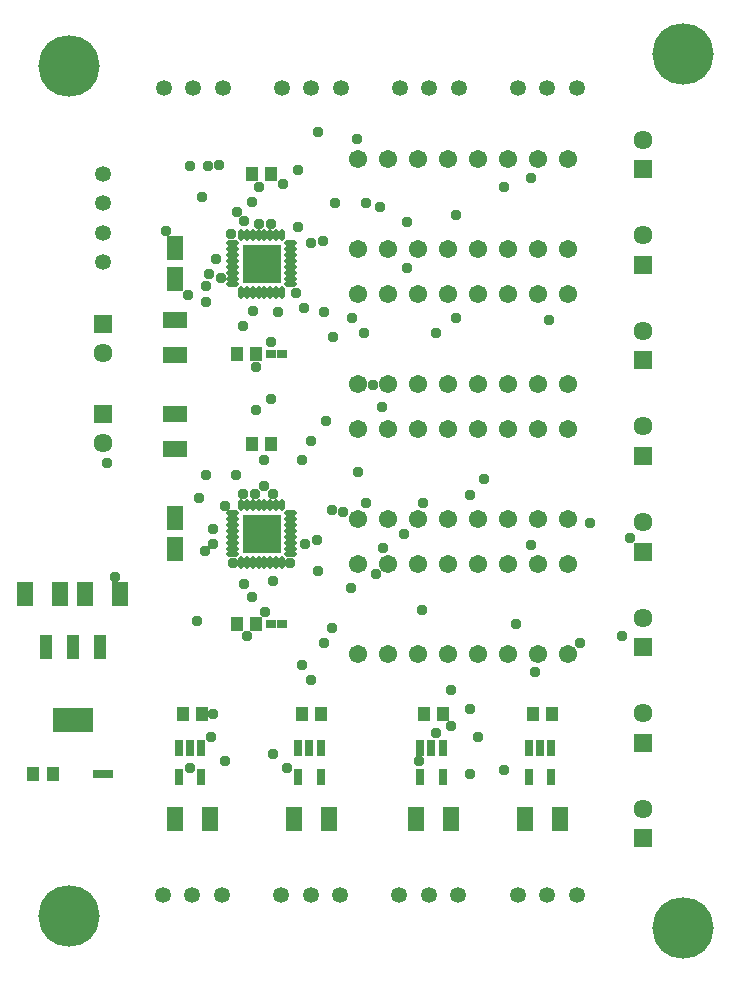
<source format=gbr>
G04 EAGLE Gerber RS-274X export*
G75*
%MOMM*%
%FSLAX34Y34*%
%LPD*%
%INSoldermask Top*%
%IPPOS*%
%AMOC8*
5,1,8,0,0,1.08239X$1,22.5*%
G01*
G04 Define Apertures*
%ADD10C,5.203200*%
%ADD11R,1.367800X2.018500*%
%ADD12R,1.391900X1.998700*%
%ADD13R,0.903200X0.703200*%
%ADD14C,1.546600*%
%ADD15R,1.101100X2.063500*%
%ADD16R,3.392300X2.063500*%
%ADD17C,0.467200*%
%ADD18R,3.303200X3.303200*%
%ADD19R,1.611200X1.611200*%
%ADD20C,1.611200*%
%ADD21C,1.351200*%
%ADD22R,1.001900X1.177100*%
%ADD23R,0.800300X1.389600*%
%ADD24R,2.018500X1.367800*%
%ADD25C,0.959600*%
D10*
X60000Y790000D03*
X580000Y800000D03*
X60000Y70000D03*
X580000Y60000D03*
D11*
X103654Y342900D03*
X74146Y342900D03*
X23346Y342900D03*
X52854Y342900D03*
X149785Y152400D03*
X179293Y152400D03*
D12*
X149700Y635399D03*
X149700Y609201D03*
D11*
X250772Y152400D03*
X280280Y152400D03*
X354120Y152400D03*
X383628Y152400D03*
D12*
X149700Y406799D03*
X149700Y380601D03*
D11*
X446333Y152400D03*
X475841Y152400D03*
D13*
X93400Y190500D03*
X84400Y190500D03*
X240400Y546100D03*
X231400Y546100D03*
X240400Y317500D03*
X231400Y317500D03*
D14*
X304800Y292100D03*
X330200Y292100D03*
X355600Y292100D03*
X381000Y292100D03*
X406400Y292100D03*
X431800Y292100D03*
X457200Y292100D03*
X482600Y292100D03*
X482600Y368300D03*
X457200Y368300D03*
X431800Y368300D03*
X406400Y368300D03*
X381000Y368300D03*
X355600Y368300D03*
X330200Y368300D03*
X304800Y368300D03*
D15*
X86500Y297450D03*
X63500Y297450D03*
X40500Y297450D03*
D16*
X63500Y235950D03*
D17*
X195961Y639800D02*
X201693Y639800D01*
X201693Y634800D02*
X195961Y634800D01*
X195961Y629800D02*
X201693Y629800D01*
X201693Y624800D02*
X195961Y624800D01*
X195961Y619800D02*
X201693Y619800D01*
X201693Y614800D02*
X195961Y614800D01*
X195961Y609800D02*
X201693Y609800D01*
X201693Y604800D02*
X195961Y604800D01*
X205700Y600793D02*
X205700Y595061D01*
X210700Y595061D02*
X210700Y600793D01*
X215700Y600793D02*
X215700Y595061D01*
X220700Y595061D02*
X220700Y600793D01*
X225700Y600793D02*
X225700Y595061D01*
X230700Y595061D02*
X230700Y600793D01*
X235700Y600793D02*
X235700Y595061D01*
X240700Y595061D02*
X240700Y600793D01*
X244707Y604800D02*
X250439Y604800D01*
X250439Y609800D02*
X244707Y609800D01*
X244707Y614800D02*
X250439Y614800D01*
X250439Y619800D02*
X244707Y619800D01*
X244707Y624800D02*
X250439Y624800D01*
X250439Y629800D02*
X244707Y629800D01*
X244707Y634800D02*
X250439Y634800D01*
X250439Y639800D02*
X244707Y639800D01*
X240700Y643807D02*
X240700Y649539D01*
X235700Y649539D02*
X235700Y643807D01*
X230700Y643807D02*
X230700Y649539D01*
X225700Y649539D02*
X225700Y643807D01*
X220700Y643807D02*
X220700Y649539D01*
X215700Y649539D02*
X215700Y643807D01*
X210700Y643807D02*
X210700Y649539D01*
X205700Y649539D02*
X205700Y643807D01*
D18*
X223200Y622300D03*
D14*
X304800Y635000D03*
X330200Y635000D03*
X355600Y635000D03*
X381000Y635000D03*
X406400Y635000D03*
X431800Y635000D03*
X457200Y635000D03*
X482600Y635000D03*
X482600Y711200D03*
X457200Y711200D03*
X431800Y711200D03*
X406400Y711200D03*
X381000Y711200D03*
X355600Y711200D03*
X330200Y711200D03*
X304800Y711200D03*
X304800Y520700D03*
X330200Y520700D03*
X355600Y520700D03*
X381000Y520700D03*
X406400Y520700D03*
X431800Y520700D03*
X457200Y520700D03*
X482600Y520700D03*
X482600Y596900D03*
X457200Y596900D03*
X431800Y596900D03*
X406400Y596900D03*
X381000Y596900D03*
X355600Y596900D03*
X330200Y596900D03*
X304800Y596900D03*
D17*
X201693Y411200D02*
X195961Y411200D01*
X195961Y406200D02*
X201693Y406200D01*
X201693Y401200D02*
X195961Y401200D01*
X195961Y396200D02*
X201693Y396200D01*
X201693Y391200D02*
X195961Y391200D01*
X195961Y386200D02*
X201693Y386200D01*
X201693Y381200D02*
X195961Y381200D01*
X195961Y376200D02*
X201693Y376200D01*
X205700Y372193D02*
X205700Y366461D01*
X210700Y366461D02*
X210700Y372193D01*
X215700Y372193D02*
X215700Y366461D01*
X220700Y366461D02*
X220700Y372193D01*
X225700Y372193D02*
X225700Y366461D01*
X230700Y366461D02*
X230700Y372193D01*
X235700Y372193D02*
X235700Y366461D01*
X240700Y366461D02*
X240700Y372193D01*
X244707Y376200D02*
X250439Y376200D01*
X250439Y381200D02*
X244707Y381200D01*
X244707Y386200D02*
X250439Y386200D01*
X250439Y391200D02*
X244707Y391200D01*
X244707Y396200D02*
X250439Y396200D01*
X250439Y401200D02*
X244707Y401200D01*
X244707Y406200D02*
X250439Y406200D01*
X250439Y411200D02*
X244707Y411200D01*
X240700Y415207D02*
X240700Y420939D01*
X235700Y420939D02*
X235700Y415207D01*
X230700Y415207D02*
X230700Y420939D01*
X225700Y420939D02*
X225700Y415207D01*
X220700Y415207D02*
X220700Y420939D01*
X215700Y420939D02*
X215700Y415207D01*
X210700Y415207D02*
X210700Y420939D01*
X205700Y420939D02*
X205700Y415207D01*
D18*
X223200Y393700D03*
D14*
X304800Y406400D03*
X330200Y406400D03*
X355600Y406400D03*
X381000Y406400D03*
X406400Y406400D03*
X431800Y406400D03*
X457200Y406400D03*
X482600Y406400D03*
X482600Y482600D03*
X457200Y482600D03*
X431800Y482600D03*
X406400Y482600D03*
X381000Y482600D03*
X355600Y482600D03*
X330200Y482600D03*
X304800Y482600D03*
D19*
X546100Y702400D03*
D20*
X546100Y727400D03*
D19*
X546100Y621457D03*
D20*
X546100Y646457D03*
D19*
X546100Y540514D03*
D20*
X546100Y565514D03*
D19*
X546100Y459571D03*
D20*
X546100Y484571D03*
D19*
X546100Y378629D03*
D20*
X546100Y403629D03*
D19*
X546100Y297686D03*
D20*
X546100Y322686D03*
D19*
X546100Y216743D03*
D20*
X546100Y241743D03*
D19*
X546100Y135800D03*
D20*
X546100Y160800D03*
D21*
X190300Y771100D03*
X165300Y771100D03*
X140300Y771100D03*
X290200Y771100D03*
X265200Y771100D03*
X240200Y771100D03*
X390100Y771100D03*
X365100Y771100D03*
X340100Y771100D03*
X490000Y771100D03*
X465000Y771100D03*
X440000Y771100D03*
X139700Y88200D03*
X164700Y88200D03*
X189700Y88200D03*
X239800Y88200D03*
X264800Y88200D03*
X289800Y88200D03*
X339900Y88200D03*
X364900Y88200D03*
X389900Y88200D03*
X440000Y88200D03*
X465000Y88200D03*
X490000Y88200D03*
D19*
X88900Y495300D03*
D20*
X88900Y470300D03*
D22*
X46252Y190500D03*
X29948Y190500D03*
X218652Y546100D03*
X202348Y546100D03*
X215048Y698500D03*
X231352Y698500D03*
X273678Y241300D03*
X257374Y241300D03*
X172691Y241300D03*
X156387Y241300D03*
X377026Y241300D03*
X360722Y241300D03*
X215048Y469900D03*
X231352Y469900D03*
X218652Y317500D03*
X202348Y317500D03*
X469239Y241300D03*
X452935Y241300D03*
D21*
X88900Y698500D03*
X88900Y673500D03*
X88900Y648500D03*
X88900Y623500D03*
D19*
X88900Y571500D03*
D20*
X88900Y546500D03*
D23*
X172139Y212644D03*
X162639Y212644D03*
X153139Y212644D03*
X153139Y187356D03*
X172139Y187356D03*
X273126Y212644D03*
X263626Y212644D03*
X254126Y212644D03*
X254126Y187356D03*
X273126Y187356D03*
X376474Y212644D03*
X366974Y212644D03*
X357474Y212644D03*
X357474Y187356D03*
X376474Y187356D03*
X468687Y212644D03*
X459187Y212644D03*
X449687Y212644D03*
X449687Y187356D03*
X468687Y187356D03*
D24*
X150000Y574754D03*
X150000Y545246D03*
X150000Y494754D03*
X150000Y465246D03*
D25*
X178750Y613750D03*
X185000Y626250D03*
X182500Y385000D03*
X182500Y397500D03*
X187500Y706250D03*
X211250Y307500D03*
X192500Y201250D03*
X92500Y453750D03*
X142500Y650000D03*
X406250Y221250D03*
X182500Y241250D03*
X162500Y195000D03*
X492500Y301250D03*
X225000Y433750D03*
X225000Y456250D03*
X221250Y656250D03*
X221250Y687500D03*
X346250Y657500D03*
X387500Y663750D03*
X265000Y640000D03*
X275000Y641250D03*
X271250Y733750D03*
X253750Y653750D03*
X180000Y221250D03*
X387500Y576250D03*
X356250Y201250D03*
X232500Y353750D03*
X231250Y507500D03*
X326250Y381250D03*
X258750Y585000D03*
X283750Y560000D03*
X271250Y362500D03*
X276250Y581250D03*
X277500Y488750D03*
X247500Y368750D03*
X252500Y597500D03*
X285000Y673750D03*
X310000Y563750D03*
X188750Y610000D03*
X253750Y701250D03*
X451250Y695000D03*
X176250Y603750D03*
X172500Y678750D03*
X323750Y670000D03*
X208750Y658750D03*
X215000Y675000D03*
X311250Y673750D03*
X202500Y666250D03*
X241250Y690000D03*
X428750Y687500D03*
X216250Y582500D03*
X218750Y535000D03*
X231250Y656250D03*
X231250Y556250D03*
X300000Y576250D03*
X197500Y647500D03*
X207500Y570000D03*
X161250Y596250D03*
X162500Y705000D03*
X303750Y727500D03*
X176250Y590000D03*
X177500Y705000D03*
X371250Y563750D03*
X466250Y575000D03*
X232500Y207500D03*
X245000Y195000D03*
X428750Y193750D03*
X232500Y427500D03*
X226250Y327500D03*
X528750Y307500D03*
X438750Y317500D03*
X358750Y328750D03*
X501250Y402500D03*
X535000Y390000D03*
X360000Y420000D03*
X98750Y357500D03*
X343750Y393750D03*
X371250Y225000D03*
X260000Y385000D03*
X265000Y270000D03*
X383750Y261250D03*
X400000Y245000D03*
X292500Y412500D03*
X282500Y413750D03*
X311250Y420000D03*
X400000Y426250D03*
X320000Y360000D03*
X298750Y347500D03*
X175000Y378750D03*
X176250Y443750D03*
X276250Y301250D03*
X282500Y313750D03*
X451250Y383750D03*
X217500Y427500D03*
X218750Y498750D03*
X325000Y501250D03*
X207500Y427500D03*
X215000Y340000D03*
X170000Y423750D03*
X168750Y320000D03*
X455000Y276250D03*
X192500Y417500D03*
X257500Y282500D03*
X411250Y440000D03*
X208750Y351250D03*
X265000Y472500D03*
X198750Y368750D03*
X201250Y443750D03*
X305000Y446250D03*
X237500Y581250D03*
X383750Y231250D03*
X400000Y190000D03*
X346250Y618750D03*
X317500Y520000D03*
X270000Y388750D03*
X257500Y456250D03*
M02*

</source>
